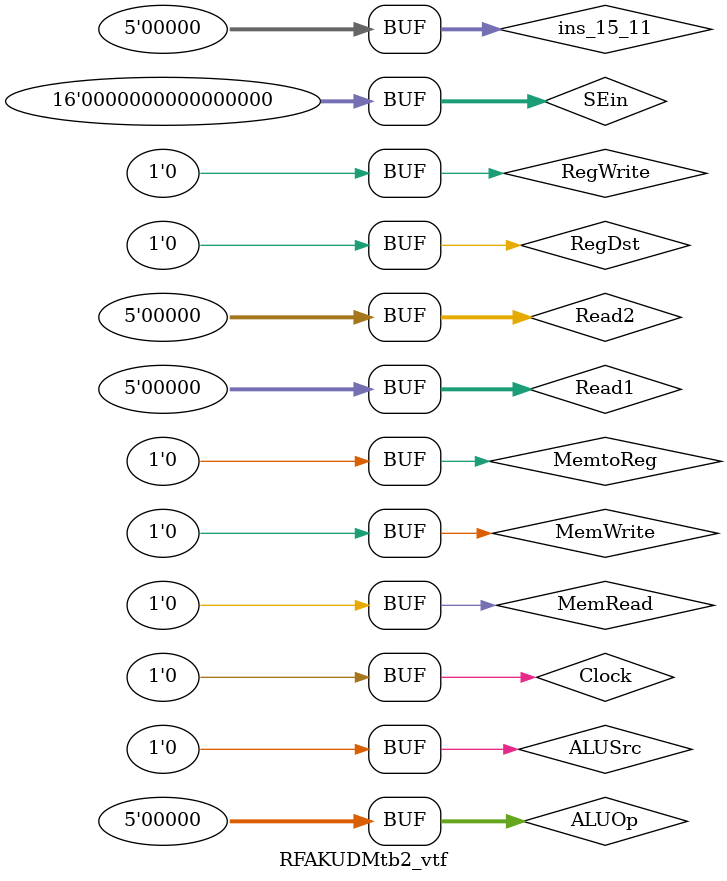
<source format=v>
`timescale 1ns / 1ps


module RFAKUDMtb2_vtf;

	// Inputs
	reg [4:0] Read1;
	reg [4:0] Read2;
	reg [15:0] SEin;
	reg RegDst;
	reg RegWrite;
	reg ALUSrc;
	reg MemtoReg;
	reg MemWrite;
	reg MemRead;
	reg Clock;
	reg [4:0] ins_15_11;
	reg [4:0] ALUOp;

	// Outputs
	wire Zero;

	// Instantiate the Unit Under Test (UUT)
	RFALUDM uut (
		.Read1(Read1), 
		.Read2(Read2), 
		.SEin(SEin), 
		.RegDst(RegDst), 
		.RegWrite(RegWrite), 
		.ALUSrc(ALUSrc), 
		.MemtoReg(MemtoReg), 
		.MemWrite(MemWrite), 
		.MemRead(MemRead), 
		.Clock(Clock), 
		.ins_15_11(ins_15_11), 
		.ALUOp(ALUOp), 
		.Zero(Zero)
	);

	initial begin
		// Initialize Inputs
		Read1 = 0;
		Read2 = 0;
		SEin = 0;
		RegDst = 0;
		RegWrite = 0;
		ALUSrc = 0;
		MemtoReg = 0;
		MemWrite = 0;
		MemRead = 0;
		Clock = 0;
		ins_15_11 = 0;
		ALUOp = 0;

		// Wait 100 ns for global reset to finish
		#100;
        
		// Add stimulus here

	end
      
endmodule


</source>
